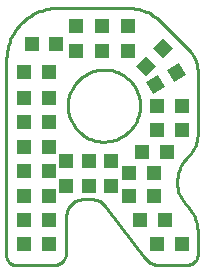
<source format=gtp>
G75*
%MOIN*%
%OFA0B0*%
%FSLAX24Y24*%
%IPPOS*%
%LPD*%
%AMOC8*
5,1,8,0,0,1.08239X$1,22.5*
%
%ADD10C,0.0100*%
%ADD11R,0.0472X0.0472*%
%ADD12R,0.0472X0.0472*%
D10*
X002671Y002579D02*
X003996Y002579D01*
X004036Y002584D01*
X004074Y002592D01*
X004112Y002604D01*
X004148Y002619D01*
X004183Y002638D01*
X004216Y002660D01*
X004247Y002684D01*
X004276Y002712D01*
X004302Y002742D01*
X004324Y002774D01*
X004344Y002808D01*
X004361Y002844D01*
X004374Y002881D01*
X004384Y002919D01*
X004390Y002958D01*
X004393Y002998D01*
X004392Y003037D01*
X004392Y004208D01*
X004394Y004254D01*
X004400Y004300D01*
X004409Y004345D01*
X004422Y004390D01*
X004439Y004433D01*
X004459Y004474D01*
X004483Y004514D01*
X004510Y004551D01*
X004540Y004587D01*
X004572Y004619D01*
X004608Y004649D01*
X004645Y004676D01*
X004685Y004700D01*
X004726Y004720D01*
X004769Y004737D01*
X004814Y004750D01*
X004859Y004759D01*
X004905Y004765D01*
X004951Y004767D01*
X005240Y004767D01*
X005684Y004547D02*
X006987Y002844D01*
X007396Y002579D02*
X008413Y002579D01*
X008450Y002581D01*
X008487Y002587D01*
X008522Y002596D01*
X008557Y002610D01*
X008590Y002626D01*
X008621Y002647D01*
X008650Y002670D01*
X008676Y002696D01*
X008699Y002725D01*
X008720Y002756D01*
X008736Y002789D01*
X008750Y002824D01*
X008759Y002859D01*
X008765Y002896D01*
X008767Y002933D01*
X008767Y003609D01*
X008390Y004581D02*
X008385Y004586D01*
X008386Y004586D02*
X008343Y004632D01*
X008302Y004680D01*
X008265Y004731D01*
X008231Y004784D01*
X008200Y004839D01*
X008172Y004896D01*
X008148Y004954D01*
X008127Y005013D01*
X008110Y005074D01*
X008097Y005136D01*
X008088Y005198D01*
X008082Y005261D01*
X008080Y005324D01*
X008454Y006204D02*
X008454Y006204D01*
X008767Y006959D02*
X008767Y009017D01*
X008457Y009764D02*
X007522Y010699D01*
X006453Y011142D02*
X004130Y011142D01*
X004129Y011142D02*
X004048Y011141D01*
X003967Y011137D01*
X003886Y011129D01*
X003806Y011117D01*
X003726Y011101D01*
X003647Y011081D01*
X003569Y011058D01*
X003493Y011031D01*
X003417Y011000D01*
X003344Y010966D01*
X003272Y010929D01*
X003202Y010888D01*
X003133Y010843D01*
X003068Y010796D01*
X003004Y010745D01*
X002943Y010692D01*
X002884Y010635D01*
X002829Y010576D01*
X002776Y010515D01*
X002726Y010450D01*
X002679Y010384D01*
X002636Y010315D01*
X002595Y010245D01*
X002559Y010172D01*
X002525Y010098D01*
X002495Y010023D01*
X002469Y009946D01*
X002447Y009868D01*
X002428Y009789D01*
X002413Y009709D01*
X002402Y009628D01*
X002395Y009547D01*
X002391Y009466D01*
X002392Y009466D02*
X002392Y002921D01*
X002390Y002889D01*
X002392Y002856D01*
X002397Y002824D01*
X002406Y002792D01*
X002418Y002762D01*
X002433Y002733D01*
X002450Y002705D01*
X002471Y002680D01*
X002494Y002657D01*
X002520Y002637D01*
X002547Y002619D01*
X002576Y002604D01*
X002607Y002593D01*
X002639Y002585D01*
X002671Y002580D01*
X005240Y004767D02*
X005287Y004765D01*
X005333Y004759D01*
X005378Y004750D01*
X005423Y004736D01*
X005467Y004719D01*
X005508Y004698D01*
X005548Y004674D01*
X005586Y004647D01*
X005621Y004617D01*
X005654Y004583D01*
X005684Y004548D01*
X008390Y004581D02*
X008438Y004529D01*
X008483Y004473D01*
X008525Y004416D01*
X008564Y004356D01*
X008600Y004294D01*
X008632Y004231D01*
X008662Y004166D01*
X008687Y004099D01*
X008710Y004031D01*
X008728Y003962D01*
X008743Y003893D01*
X008755Y003822D01*
X008762Y003751D01*
X008766Y003680D01*
X008767Y003609D01*
X007397Y002580D02*
X007351Y002587D01*
X007307Y002598D01*
X007263Y002612D01*
X007221Y002631D01*
X007181Y002652D01*
X007142Y002677D01*
X007106Y002705D01*
X007072Y002736D01*
X007041Y002770D01*
X007013Y002806D01*
X006988Y002844D01*
X008079Y005324D02*
X008081Y005389D01*
X008087Y005455D01*
X008096Y005519D01*
X008109Y005584D01*
X008125Y005647D01*
X008144Y005710D01*
X008167Y005771D01*
X008192Y005831D01*
X008221Y005890D01*
X008253Y005947D01*
X008288Y006003D01*
X008325Y006056D01*
X008366Y006108D01*
X008409Y006157D01*
X008454Y006204D01*
X008455Y006204D02*
X008499Y006251D01*
X008540Y006301D01*
X008578Y006353D01*
X008613Y006407D01*
X008645Y006463D01*
X008673Y006521D01*
X008698Y006581D01*
X008719Y006642D01*
X008736Y006704D01*
X008750Y006767D01*
X008759Y006830D01*
X008765Y006895D01*
X008767Y006959D01*
X008455Y006204D02*
X008454Y006203D01*
X008766Y009017D02*
X008764Y009081D01*
X008758Y009144D01*
X008749Y009207D01*
X008735Y009270D01*
X008718Y009331D01*
X008697Y009391D01*
X008673Y009450D01*
X008645Y009508D01*
X008614Y009563D01*
X008579Y009617D01*
X008541Y009668D01*
X008500Y009717D01*
X008457Y009764D01*
X007522Y010699D02*
X007468Y010750D01*
X007412Y010799D01*
X007354Y010844D01*
X007293Y010887D01*
X007230Y010927D01*
X007166Y010963D01*
X007099Y010997D01*
X007032Y011027D01*
X006962Y011054D01*
X006892Y011077D01*
X006820Y011097D01*
X006748Y011113D01*
X006675Y011126D01*
X006601Y011135D01*
X006527Y011140D01*
X006453Y011142D01*
X004442Y007892D02*
X004444Y007961D01*
X004450Y008030D01*
X004460Y008098D01*
X004474Y008166D01*
X004491Y008233D01*
X004513Y008299D01*
X004538Y008363D01*
X004567Y008426D01*
X004600Y008487D01*
X004636Y008546D01*
X004675Y008603D01*
X004718Y008657D01*
X004763Y008709D01*
X004812Y008759D01*
X004863Y008805D01*
X004917Y008848D01*
X004974Y008889D01*
X005032Y008925D01*
X005093Y008959D01*
X005155Y008989D01*
X005219Y009015D01*
X005284Y009037D01*
X005351Y009056D01*
X005419Y009071D01*
X005487Y009082D01*
X005556Y009089D01*
X005625Y009092D01*
X005694Y009091D01*
X005763Y009086D01*
X005831Y009077D01*
X005899Y009064D01*
X005966Y009047D01*
X006033Y009027D01*
X006097Y009002D01*
X006160Y008974D01*
X006222Y008943D01*
X006281Y008907D01*
X006339Y008869D01*
X006394Y008827D01*
X006447Y008782D01*
X006497Y008734D01*
X006544Y008684D01*
X006588Y008630D01*
X006629Y008575D01*
X006667Y008517D01*
X006701Y008457D01*
X006732Y008395D01*
X006759Y008331D01*
X006782Y008266D01*
X006802Y008200D01*
X006818Y008132D01*
X006830Y008064D01*
X006838Y007996D01*
X006842Y007927D01*
X006842Y007857D01*
X006838Y007788D01*
X006830Y007720D01*
X006818Y007652D01*
X006802Y007584D01*
X006782Y007518D01*
X006759Y007453D01*
X006732Y007389D01*
X006701Y007327D01*
X006667Y007267D01*
X006629Y007209D01*
X006588Y007154D01*
X006544Y007100D01*
X006497Y007050D01*
X006447Y007002D01*
X006394Y006957D01*
X006339Y006915D01*
X006281Y006877D01*
X006222Y006841D01*
X006160Y006810D01*
X006097Y006782D01*
X006033Y006757D01*
X005966Y006737D01*
X005899Y006720D01*
X005831Y006707D01*
X005763Y006698D01*
X005694Y006693D01*
X005625Y006692D01*
X005556Y006695D01*
X005487Y006702D01*
X005419Y006713D01*
X005351Y006728D01*
X005284Y006747D01*
X005219Y006769D01*
X005155Y006795D01*
X005093Y006825D01*
X005032Y006859D01*
X004974Y006895D01*
X004917Y006936D01*
X004863Y006979D01*
X004812Y007025D01*
X004763Y007075D01*
X004718Y007127D01*
X004675Y007181D01*
X004636Y007238D01*
X004600Y007297D01*
X004567Y007358D01*
X004538Y007421D01*
X004513Y007485D01*
X004491Y007551D01*
X004474Y007618D01*
X004460Y007686D01*
X004450Y007754D01*
X004444Y007823D01*
X004442Y007892D01*
D11*
X003805Y008142D03*
X003805Y007329D03*
X003805Y006517D03*
X004392Y006055D03*
X003805Y005704D03*
X004392Y005228D03*
X003805Y004892D03*
X003805Y004079D03*
X003805Y003267D03*
X002978Y003267D03*
X002978Y004079D03*
X002978Y004892D03*
X002978Y005704D03*
X002978Y006517D03*
X002978Y007329D03*
X002978Y008142D03*
X002978Y009017D03*
X003805Y009017D03*
X004055Y009954D03*
X004704Y009728D03*
X004704Y010555D03*
X005579Y010555D03*
X005579Y009728D03*
X006454Y009728D03*
X006454Y010555D03*
X007416Y007892D03*
X007416Y007079D03*
X007743Y006329D03*
X007305Y005642D03*
X007305Y004892D03*
X006478Y004892D03*
X005892Y005228D03*
X006478Y005642D03*
X005892Y006055D03*
X005142Y006055D03*
X005142Y005228D03*
X006853Y004079D03*
X007680Y004079D03*
X007416Y003267D03*
X008243Y003267D03*
X006916Y006329D03*
X008243Y007079D03*
X008243Y007892D03*
X003228Y009954D03*
D12*
G36*
X007037Y008881D02*
X006704Y009214D01*
X007037Y009547D01*
X007370Y009214D01*
X007037Y008881D01*
G37*
G36*
X007265Y008265D02*
X007029Y008673D01*
X007437Y008909D01*
X007673Y008501D01*
X007265Y008265D01*
G37*
G36*
X007981Y008678D02*
X007745Y009086D01*
X008153Y009322D01*
X008389Y008914D01*
X007981Y008678D01*
G37*
G36*
X007621Y009465D02*
X007288Y009798D01*
X007621Y010131D01*
X007954Y009798D01*
X007621Y009465D01*
G37*
M02*

</source>
